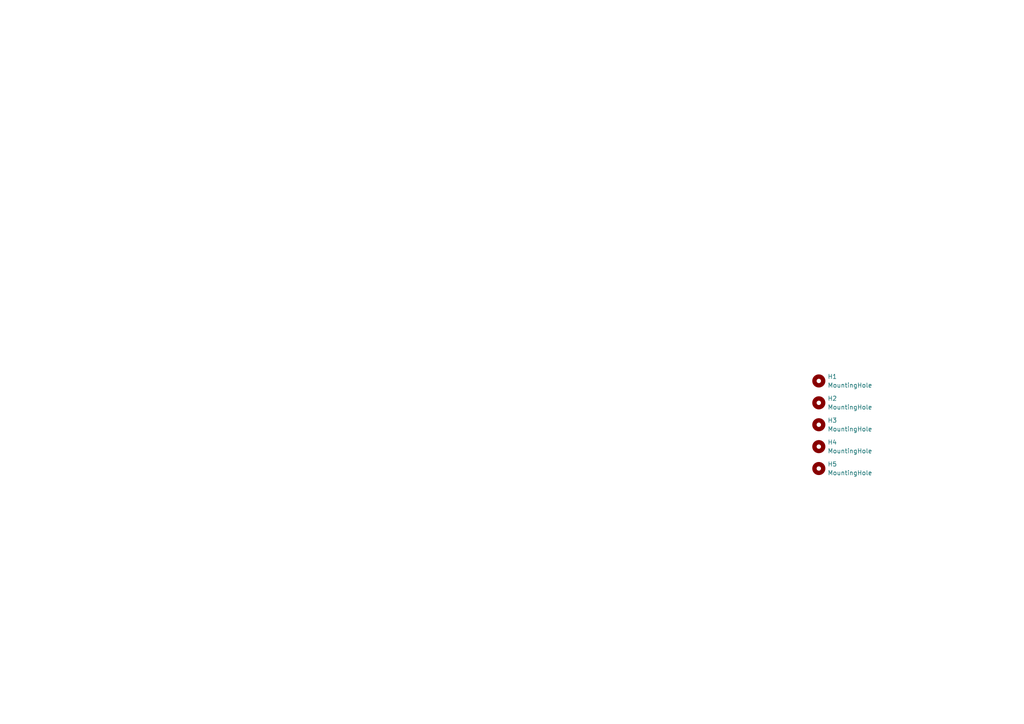
<source format=kicad_sch>
(kicad_sch (version 20211123) (generator eeschema)
  (paper "A4")
  (lib_symbols
    (symbol "Mechanical:MountingHole" (pin_names (offset 1.016))
      (property "Reference" "H" (at 0 5.08 0))
      (property "Value" "MountingHole" (at 0 3.175 0))
      (symbol "MountingHole_0_1"
        (circle (center 0 0) (radius 1.27) (stroke (width 1.27)))
      )
    )
  )
  (symbol (lib_id "Mechanical:MountingHole") (at 237.49 129.54 0) (unit 1)
    (property "Reference" "H4" (at 240.03 128.2699 0) (effects (justify left)))
    (property "Value" "MountingHole" (at 240.03 130.8099 0) (effects (justify left)))
    (property "Footprint" "kbd:M2_Hole_TH" (effects hide))
  )
  (symbol (lib_id "Mechanical:MountingHole") (at 237.49 116.84 0) (unit 1)
    (property "Reference" "H2" (at 240.03 115.5699 0) (effects (justify left)))
    (property "Value" "MountingHole" (at 240.03 118.1099 0) (effects (justify left)))
    (property "Footprint" "kbd:M2_Hole_TH" (effects hide))
  )
  (symbol (lib_id "Mechanical:MountingHole") (at 237.49 110.49 0) (unit 1)
    (property "Reference" "H1" (at 240.03 109.2199 0) (effects (justify left)))
    (property "Value" "MountingHole" (at 240.03 111.7599 0) (effects (justify left)))
    (property "Footprint" "kbd:M2_Hole_TH" (effects hide))
  )
  (symbol (lib_id "Mechanical:MountingHole") (at 237.49 123.19 0) (unit 1)
    (property "Reference" "H3" (at 240.03 121.9199 0) (effects (justify left)))
    (property "Value" "MountingHole" (at 240.03 124.4599 0) (effects (justify left)))
    (property "Footprint" "kbd:M2_Hole_TH" (effects hide))
  )
  (symbol (lib_id "Mechanical:MountingHole") (at 237.49 135.89 0) (unit 1)
    (property "Reference" "H5" (at 240.03 134.6199 0) (effects (justify left)))
    (property "Value" "MountingHole" (at 240.03 137.1599 0) (effects (justify left)))
    (property "Footprint" "kbd:M2_Hole_TH" (effects hide))
  )
)
</source>
